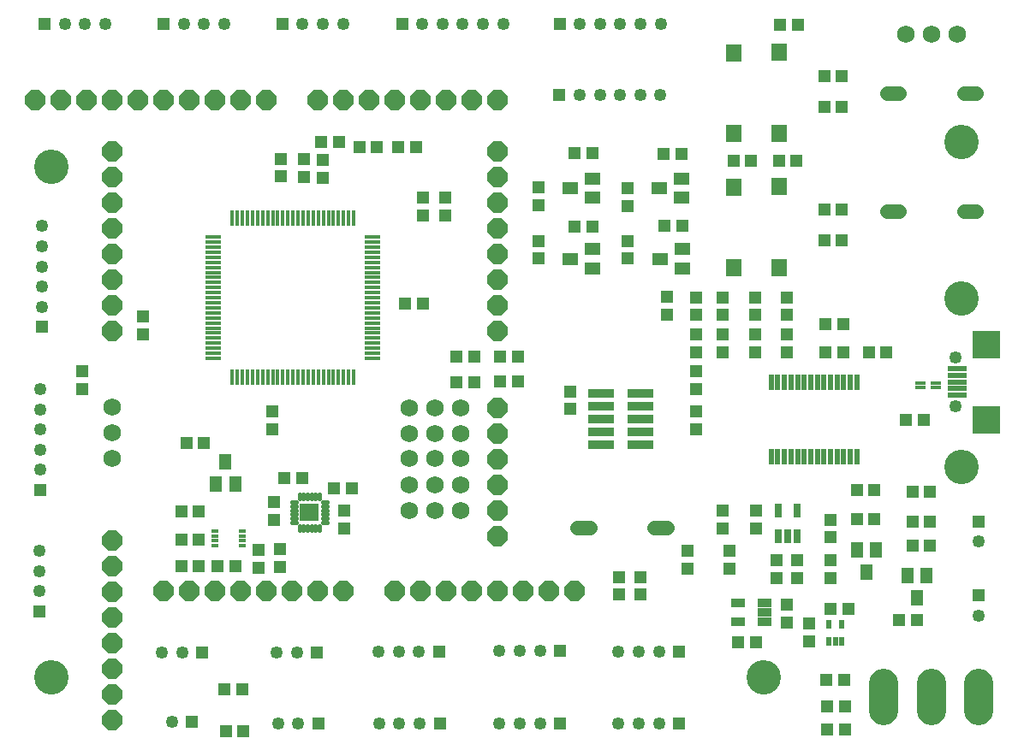
<source format=gts>
G04 EAGLE Gerber RS-274X export*
G75*
%MOMM*%
%FSLAX34Y34*%
%LPD*%
%INTop Soldermask*%
%IPPOS*%
%AMOC8*
5,1,8,0,0,1.08239X$1,22.5*%
G01*
%ADD10C,3.403200*%
%ADD11R,0.400000X1.600000*%
%ADD12R,1.600000X0.400000*%
%ADD13R,1.253200X1.283200*%
%ADD14R,1.283200X1.253200*%
%ADD15R,1.253200X1.253200*%
%ADD16C,1.253200*%
%ADD17R,0.551200X1.600200*%
%ADD18R,0.753200X1.403200*%
%ADD19R,1.203200X1.603200*%
%ADD20C,1.727200*%
%ADD21R,1.053200X0.453200*%
%ADD22R,1.503200X1.753200*%
%ADD23P,2.144431X8X292.500000*%
%ADD24P,2.144431X8X112.500000*%
%ADD25P,2.144431X8X22.500000*%
%ADD26P,2.144431X8X202.500000*%
%ADD27C,1.422400*%
%ADD28R,1.603200X1.203200*%
%ADD29R,1.953200X0.603200*%
%ADD30R,2.743200X2.743200*%
%ADD31R,0.603200X0.903200*%
%ADD32R,2.603200X0.963200*%
%ADD33R,1.423200X0.823200*%
%ADD34C,0.258150*%
%ADD35R,1.903200X1.743200*%
%ADD36R,0.703200X0.453200*%
%ADD37C,2.908300*%


D10*
X50000Y75000D03*
X950000Y450000D03*
X950000Y283000D03*
X754000Y75000D03*
X50000Y580000D03*
X950000Y605000D03*
D11*
X348800Y529250D03*
X343800Y529250D03*
X338800Y529250D03*
X333800Y529250D03*
X328800Y529250D03*
X323800Y529250D03*
X318800Y529250D03*
X313800Y529250D03*
X308800Y529250D03*
X303800Y529250D03*
X298800Y529250D03*
X293800Y529250D03*
X288800Y529250D03*
X283800Y529250D03*
X278800Y529250D03*
X273800Y529250D03*
X268800Y529250D03*
X263800Y529250D03*
X258800Y529250D03*
X253800Y529250D03*
X248800Y529250D03*
X243800Y529250D03*
X238800Y529250D03*
X233800Y529250D03*
X228800Y529250D03*
D12*
X210050Y510500D03*
X210050Y505500D03*
X210050Y500500D03*
X210050Y495500D03*
X210050Y490500D03*
X210050Y485500D03*
X210050Y480500D03*
X210050Y475500D03*
X210050Y470500D03*
X210050Y465500D03*
X210050Y460500D03*
X210050Y455500D03*
X210050Y450500D03*
X210050Y445500D03*
X210050Y440500D03*
X210050Y435500D03*
X210050Y430500D03*
X210050Y425500D03*
X210050Y420500D03*
X210050Y415500D03*
X210050Y410500D03*
X210050Y405500D03*
X210050Y400500D03*
X210050Y395500D03*
X210050Y390500D03*
D11*
X228800Y371750D03*
X233800Y371750D03*
X238800Y371750D03*
X243800Y371750D03*
X248800Y371750D03*
X253800Y371750D03*
X258800Y371750D03*
X263800Y371750D03*
X268800Y371750D03*
X273800Y371750D03*
X278800Y371750D03*
X283800Y371750D03*
X288800Y371750D03*
X293800Y371750D03*
X298800Y371750D03*
X303800Y371750D03*
X308800Y371750D03*
X313800Y371750D03*
X318800Y371750D03*
X323800Y371750D03*
X328800Y371750D03*
X333800Y371750D03*
X338800Y371750D03*
X343800Y371750D03*
X348800Y371750D03*
D12*
X367550Y390500D03*
X367550Y395500D03*
X367550Y400500D03*
X367550Y405500D03*
X367550Y410500D03*
X367550Y415500D03*
X367550Y420500D03*
X367550Y425500D03*
X367550Y430500D03*
X367550Y435500D03*
X367550Y440500D03*
X367550Y445500D03*
X367550Y450500D03*
X367550Y455500D03*
X367550Y460500D03*
X367550Y465500D03*
X367550Y470500D03*
X367550Y475500D03*
X367550Y480500D03*
X367550Y485500D03*
X367550Y490500D03*
X367550Y495500D03*
X367550Y500500D03*
X367550Y505500D03*
X367550Y510500D03*
D13*
X467750Y366700D03*
X450250Y366700D03*
X467750Y392500D03*
X450250Y392500D03*
D14*
X318000Y569350D03*
X318000Y586850D03*
X277000Y570550D03*
X277000Y588050D03*
X268500Y338050D03*
X268500Y320550D03*
D13*
X399750Y444900D03*
X417250Y444900D03*
D14*
X140700Y414450D03*
X140700Y431950D03*
D13*
X493850Y367700D03*
X511350Y367700D03*
X493850Y392100D03*
X511350Y392100D03*
D14*
X270100Y230350D03*
X270100Y247850D03*
D13*
X298050Y271700D03*
X280550Y271700D03*
D14*
X632300Y156450D03*
X632300Y173950D03*
X611300Y156350D03*
X611300Y173850D03*
D15*
X670700Y100300D03*
D16*
X650700Y100300D03*
X630700Y100300D03*
X610700Y100300D03*
D15*
X670700Y29100D03*
D16*
X650700Y29100D03*
X630700Y29100D03*
X610700Y29100D03*
D15*
X433400Y99900D03*
D16*
X413400Y99900D03*
X393400Y99900D03*
X373400Y99900D03*
D15*
X552400Y721500D03*
D16*
X572400Y721500D03*
X592400Y721500D03*
X612400Y721500D03*
X632400Y721500D03*
X652400Y721500D03*
D15*
X552200Y651500D03*
D16*
X572200Y651500D03*
X592200Y651500D03*
X612200Y651500D03*
X632200Y651500D03*
X652200Y651500D03*
D15*
X433900Y28500D03*
D16*
X413900Y28500D03*
X393900Y28500D03*
X373900Y28500D03*
D15*
X40200Y421400D03*
D16*
X40200Y441400D03*
X40200Y461400D03*
X40200Y481400D03*
X40200Y501400D03*
X40200Y521400D03*
D17*
X761750Y366560D03*
X768250Y366560D03*
X774750Y366560D03*
X781250Y366560D03*
X787750Y366560D03*
X794250Y366560D03*
X800750Y366560D03*
X813750Y366560D03*
X807250Y366560D03*
X820250Y366560D03*
X826750Y366560D03*
X833250Y366560D03*
X839750Y366560D03*
X846250Y366560D03*
X761750Y293440D03*
X768250Y293440D03*
X774750Y293440D03*
X781250Y293440D03*
X787750Y293440D03*
X794250Y293440D03*
X800750Y293440D03*
X807250Y293440D03*
X813750Y293440D03*
X820250Y293440D03*
X826750Y293440D03*
X833250Y293440D03*
X839750Y293440D03*
X846250Y293440D03*
D13*
X815250Y424000D03*
X832750Y424000D03*
X815250Y396000D03*
X832750Y396000D03*
D14*
X746000Y413750D03*
X746000Y396250D03*
X777200Y413950D03*
X777200Y396450D03*
X746000Y433250D03*
X746000Y450750D03*
X777000Y433250D03*
X777000Y450750D03*
D13*
X858250Y396000D03*
X875750Y396000D03*
D14*
X300000Y570250D03*
X300000Y587750D03*
X687000Y413750D03*
X687000Y396250D03*
X714000Y413750D03*
X714000Y396250D03*
D18*
X768500Y214000D03*
X778000Y214000D03*
X787500Y214000D03*
X787500Y240000D03*
X768500Y240000D03*
D14*
X787000Y190750D03*
X787000Y173250D03*
X767000Y190750D03*
X767000Y173250D03*
X747000Y239750D03*
X747000Y222250D03*
X714000Y222250D03*
X714000Y239750D03*
X720000Y199750D03*
X720000Y182250D03*
X820000Y190750D03*
X820000Y173250D03*
X820000Y213250D03*
X820000Y230750D03*
D19*
X856000Y179000D03*
X846500Y201000D03*
X865500Y201000D03*
D13*
X846250Y231000D03*
X863750Y231000D03*
X863750Y260000D03*
X846250Y260000D03*
D14*
X563000Y357750D03*
X563000Y340250D03*
D20*
X454400Y240000D03*
X429000Y240000D03*
X403600Y240000D03*
X454400Y265000D03*
X429000Y265000D03*
X403600Y265000D03*
D14*
X714000Y450750D03*
X714000Y433250D03*
D13*
X912750Y329100D03*
X895250Y329100D03*
X831750Y538000D03*
X814250Y538000D03*
D20*
X403600Y291000D03*
X429000Y291000D03*
X454400Y291000D03*
D13*
X831750Y670000D03*
X814250Y670000D03*
D20*
X403600Y316000D03*
X429000Y316000D03*
X454400Y316000D03*
D15*
X553000Y28500D03*
D16*
X533000Y28500D03*
X513000Y28500D03*
X493000Y28500D03*
D15*
X553000Y100500D03*
D16*
X533000Y100500D03*
X513000Y100500D03*
X493000Y100500D03*
D21*
X924500Y366300D03*
X909500Y366300D03*
X924500Y361300D03*
X909500Y361300D03*
D14*
X687000Y360250D03*
X687000Y377750D03*
X687000Y320250D03*
X687000Y337750D03*
X417000Y532250D03*
X417000Y549750D03*
X439000Y532250D03*
X439000Y549750D03*
D15*
X314000Y28500D03*
D16*
X294000Y28500D03*
X274000Y28500D03*
D15*
X199000Y99500D03*
D16*
X179000Y99500D03*
X159000Y99500D03*
D15*
X312700Y99500D03*
D16*
X292700Y99500D03*
X272700Y99500D03*
D15*
X966500Y229000D03*
D16*
X966500Y209000D03*
D13*
X901250Y258000D03*
X918750Y258000D03*
X769250Y586000D03*
X786750Y586000D03*
D22*
X724500Y480250D03*
X724500Y559750D03*
X769500Y480250D03*
X769500Y560250D03*
D13*
X770250Y721000D03*
X787750Y721000D03*
D20*
X403600Y341000D03*
X429000Y341000D03*
X454400Y341000D03*
D22*
X724500Y613250D03*
X724500Y692750D03*
X769500Y613250D03*
X769500Y693250D03*
D13*
X834650Y45900D03*
X817150Y45900D03*
X816350Y72400D03*
X833850Y72400D03*
D14*
X687000Y433250D03*
X687000Y450750D03*
D15*
X43100Y721300D03*
D16*
X63100Y721300D03*
X83100Y721300D03*
X103100Y721300D03*
D13*
X741750Y586000D03*
X724250Y586000D03*
D14*
X658400Y451250D03*
X658400Y433750D03*
D13*
X834750Y23000D03*
X817250Y23000D03*
X831750Y639000D03*
X814250Y639000D03*
X831750Y507000D03*
X814250Y507000D03*
D23*
X338800Y159800D03*
X313400Y159800D03*
X288000Y159800D03*
X262600Y159800D03*
X237200Y159800D03*
X211800Y159800D03*
X186400Y159800D03*
X161000Y159800D03*
D15*
X278300Y721500D03*
D16*
X298300Y721500D03*
X318300Y721500D03*
X338300Y721500D03*
D13*
X334350Y605000D03*
X316850Y605000D03*
X354350Y599200D03*
X371850Y599200D03*
D15*
X160800Y721500D03*
D16*
X180800Y721500D03*
X200800Y721500D03*
X220800Y721500D03*
D15*
X38200Y140000D03*
D16*
X38200Y160000D03*
X38200Y180000D03*
X38200Y200000D03*
D13*
X901250Y229000D03*
X918750Y229000D03*
X918750Y205000D03*
X901250Y205000D03*
D24*
X312900Y646000D03*
X338300Y646000D03*
X363700Y646000D03*
X389100Y646000D03*
X414500Y646000D03*
X439900Y646000D03*
X465300Y646000D03*
X490700Y646000D03*
D25*
X110200Y595200D03*
X110200Y569800D03*
X110200Y544400D03*
X110200Y519000D03*
X110200Y493600D03*
X110200Y468200D03*
X110200Y442800D03*
X110200Y417400D03*
X110200Y209900D03*
X110200Y184500D03*
X110200Y159100D03*
X110200Y133700D03*
X110200Y108300D03*
X110200Y82900D03*
X110200Y57500D03*
X110200Y32100D03*
D20*
X110200Y342400D03*
X110200Y317000D03*
X110200Y291600D03*
D24*
X389600Y159800D03*
X415000Y159800D03*
X440400Y159800D03*
X465800Y159800D03*
X491200Y159800D03*
X516600Y159800D03*
X542000Y159800D03*
X567400Y159800D03*
D26*
X490800Y417400D03*
X490800Y442800D03*
X490800Y468200D03*
X490800Y493600D03*
X490800Y519000D03*
X490800Y544400D03*
X490800Y569800D03*
X490800Y595200D03*
D23*
X262500Y646000D03*
X237100Y646000D03*
X211700Y646000D03*
X186300Y646000D03*
X160900Y646000D03*
X135500Y646000D03*
X110100Y646000D03*
X84700Y646000D03*
X59300Y646000D03*
X33900Y646000D03*
D15*
X39200Y260000D03*
D16*
X39200Y280000D03*
X39200Y300000D03*
X39200Y320000D03*
X39200Y340000D03*
X39200Y360000D03*
D25*
X490800Y341300D03*
X490800Y315900D03*
X490800Y290500D03*
X490800Y265100D03*
X490800Y239700D03*
X490800Y214300D03*
D14*
X679000Y182250D03*
X679000Y199750D03*
D27*
X581996Y223000D02*
X569804Y223000D01*
X646004Y223000D02*
X658196Y223000D01*
D28*
X563000Y559000D03*
X585000Y568500D03*
X585000Y549500D03*
X651000Y559000D03*
X673000Y568500D03*
X673000Y549500D03*
D14*
X532000Y559750D03*
X532000Y542250D03*
X620000Y558750D03*
X620000Y541250D03*
D13*
X584750Y594000D03*
X567250Y594000D03*
X672750Y593000D03*
X655250Y593000D03*
D28*
X563000Y489000D03*
X585000Y498500D03*
X585000Y479500D03*
D14*
X532000Y489250D03*
X532000Y506750D03*
D13*
X584750Y521000D03*
X567250Y521000D03*
D28*
X652000Y489000D03*
X674000Y498500D03*
X674000Y479500D03*
D14*
X620000Y489250D03*
X620000Y506750D03*
D13*
X673750Y522000D03*
X656250Y522000D03*
D29*
X945750Y380000D03*
X945750Y354000D03*
X945750Y373500D03*
X945750Y367000D03*
X945750Y360500D03*
D30*
X974000Y329750D03*
X974000Y404250D03*
D16*
X943700Y342750D03*
X943700Y391250D03*
D15*
X396600Y721500D03*
D16*
X416600Y721500D03*
X436600Y721500D03*
X456600Y721500D03*
X476600Y721500D03*
X496600Y721500D03*
D13*
X392950Y599400D03*
X410450Y599400D03*
D15*
X189000Y30500D03*
D16*
X169000Y30500D03*
D13*
X238750Y63000D03*
X221250Y63000D03*
X239750Y21000D03*
X222250Y21000D03*
D15*
X966500Y156000D03*
D16*
X966500Y136000D03*
D14*
X799000Y110250D03*
X799000Y127750D03*
D19*
X906000Y153000D03*
X896500Y175000D03*
X915500Y175000D03*
D13*
X837750Y142000D03*
X820250Y142000D03*
X905750Y131000D03*
X888250Y131000D03*
D31*
X818500Y110500D03*
X825000Y110500D03*
X831500Y110500D03*
X831500Y127500D03*
X818500Y127500D03*
D32*
X593600Y330000D03*
X593600Y342700D03*
X593600Y355400D03*
X593600Y317300D03*
X593600Y304600D03*
X632400Y304600D03*
X632400Y317300D03*
X632400Y330000D03*
X632400Y342700D03*
X632400Y355400D03*
D33*
X755000Y129500D03*
X755000Y139000D03*
X755000Y148500D03*
X729000Y148500D03*
X729000Y129500D03*
D14*
X777000Y129250D03*
X777000Y146750D03*
D13*
X729250Y109000D03*
X746750Y109000D03*
D34*
X323375Y228825D02*
X317525Y228825D01*
X323375Y228825D02*
X323375Y227175D01*
X317525Y227175D01*
X317525Y228825D01*
X317525Y232825D02*
X323375Y232825D01*
X323375Y231175D01*
X317525Y231175D01*
X317525Y232825D01*
X317525Y236825D02*
X323375Y236825D01*
X323375Y235175D01*
X317525Y235175D01*
X317525Y236825D01*
X317525Y240825D02*
X323375Y240825D01*
X323375Y239175D01*
X317525Y239175D01*
X317525Y240825D01*
X317525Y244825D02*
X323375Y244825D01*
X323375Y243175D01*
X317525Y243175D01*
X317525Y244825D01*
X317525Y248825D02*
X323375Y248825D01*
X323375Y247175D01*
X317525Y247175D01*
X317525Y248825D01*
X314175Y250525D02*
X314175Y256375D01*
X315825Y256375D01*
X315825Y250525D01*
X314175Y250525D01*
X314175Y252978D02*
X315825Y252978D01*
X315825Y255431D02*
X314175Y255431D01*
X310175Y256375D02*
X310175Y250525D01*
X310175Y256375D02*
X311825Y256375D01*
X311825Y250525D01*
X310175Y250525D01*
X310175Y252978D02*
X311825Y252978D01*
X311825Y255431D02*
X310175Y255431D01*
X306175Y256375D02*
X306175Y250525D01*
X306175Y256375D02*
X307825Y256375D01*
X307825Y250525D01*
X306175Y250525D01*
X306175Y252978D02*
X307825Y252978D01*
X307825Y255431D02*
X306175Y255431D01*
X302175Y256375D02*
X302175Y250525D01*
X302175Y256375D02*
X303825Y256375D01*
X303825Y250525D01*
X302175Y250525D01*
X302175Y252978D02*
X303825Y252978D01*
X303825Y255431D02*
X302175Y255431D01*
X298175Y256375D02*
X298175Y250525D01*
X298175Y256375D02*
X299825Y256375D01*
X299825Y250525D01*
X298175Y250525D01*
X298175Y252978D02*
X299825Y252978D01*
X299825Y255431D02*
X298175Y255431D01*
X294175Y256375D02*
X294175Y250525D01*
X294175Y256375D02*
X295825Y256375D01*
X295825Y250525D01*
X294175Y250525D01*
X294175Y252978D02*
X295825Y252978D01*
X295825Y255431D02*
X294175Y255431D01*
X292475Y247175D02*
X286625Y247175D01*
X286625Y248825D01*
X292475Y248825D01*
X292475Y247175D01*
X292475Y243175D02*
X286625Y243175D01*
X286625Y244825D01*
X292475Y244825D01*
X292475Y243175D01*
X292475Y239175D02*
X286625Y239175D01*
X286625Y240825D01*
X292475Y240825D01*
X292475Y239175D01*
X292475Y235175D02*
X286625Y235175D01*
X286625Y236825D01*
X292475Y236825D01*
X292475Y235175D01*
X292475Y231175D02*
X286625Y231175D01*
X286625Y232825D01*
X292475Y232825D01*
X292475Y231175D01*
X292475Y227175D02*
X286625Y227175D01*
X286625Y228825D01*
X292475Y228825D01*
X292475Y227175D01*
X295825Y225475D02*
X295825Y219625D01*
X294175Y219625D01*
X294175Y225475D01*
X295825Y225475D01*
X295825Y222078D02*
X294175Y222078D01*
X294175Y224531D02*
X295825Y224531D01*
X299825Y225475D02*
X299825Y219625D01*
X298175Y219625D01*
X298175Y225475D01*
X299825Y225475D01*
X299825Y222078D02*
X298175Y222078D01*
X298175Y224531D02*
X299825Y224531D01*
X303825Y225475D02*
X303825Y219625D01*
X302175Y219625D01*
X302175Y225475D01*
X303825Y225475D01*
X303825Y222078D02*
X302175Y222078D01*
X302175Y224531D02*
X303825Y224531D01*
X307825Y225475D02*
X307825Y219625D01*
X306175Y219625D01*
X306175Y225475D01*
X307825Y225475D01*
X307825Y222078D02*
X306175Y222078D01*
X306175Y224531D02*
X307825Y224531D01*
X311825Y225475D02*
X311825Y219625D01*
X310175Y219625D01*
X310175Y225475D01*
X311825Y225475D01*
X311825Y222078D02*
X310175Y222078D01*
X310175Y224531D02*
X311825Y224531D01*
X315825Y225475D02*
X315825Y219625D01*
X314175Y219625D01*
X314175Y225475D01*
X315825Y225475D01*
X315825Y222078D02*
X314175Y222078D01*
X314175Y224531D02*
X315825Y224531D01*
D35*
X305000Y238000D03*
D36*
X238700Y204700D03*
X238700Y209700D03*
X238700Y214700D03*
X238700Y219700D03*
X211200Y204700D03*
X211200Y209700D03*
X211200Y214700D03*
X211200Y219700D03*
D14*
X255000Y183250D03*
X255000Y200750D03*
D13*
X231750Y185000D03*
X214250Y185000D03*
D14*
X276000Y201750D03*
X276000Y184250D03*
X339000Y222250D03*
X339000Y239750D03*
D13*
X195750Y211000D03*
X178250Y211000D03*
X195750Y239000D03*
X178250Y239000D03*
X195750Y185000D03*
X178250Y185000D03*
X346750Y262000D03*
X329250Y262000D03*
X200750Y307000D03*
X183250Y307000D03*
D19*
X222000Y288000D03*
X231500Y266000D03*
X212500Y266000D03*
D27*
X875804Y653000D02*
X887996Y653000D01*
X952004Y653000D02*
X964196Y653000D01*
D37*
X873010Y68526D02*
X873010Y41475D01*
X920000Y41475D02*
X920000Y68526D01*
X966990Y68526D02*
X966990Y41475D01*
D27*
X887996Y536000D02*
X875804Y536000D01*
X952004Y536000D02*
X964196Y536000D01*
D20*
X894600Y711000D03*
X920000Y711000D03*
X945400Y711000D03*
D14*
X80000Y360250D03*
X80000Y377750D03*
M02*

</source>
